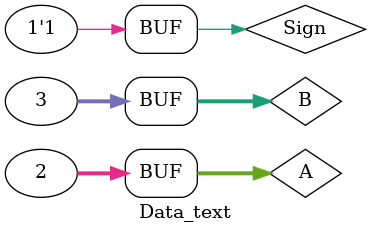
<source format=v>
`timescale 1ns / 1ps


module Data_text;

	// Inputs
	reg Sign;
	reg [31:0] A;
	reg [31:0] B;

	// Outputs
	wire [31:0] result;

	// Instantiate the Unit Under Test (UUT)
	DataSelect uut (
		.result(result), 
		.Sign(Sign), 
		.A(A), 
		.B(B)
	);

	initial begin
		// Initialize Inputs
		Sign = 0;
		A = 0;
		B = 0;

		// Wait 100 ns for global reset to finish
		#100;
      Sign = 0;
		A = 2;
		B = 3;
		
		#100;
      Sign = 1;
		A = 2;
		B = 3;
		// Add stimulus here

	end
      
endmodule


</source>
